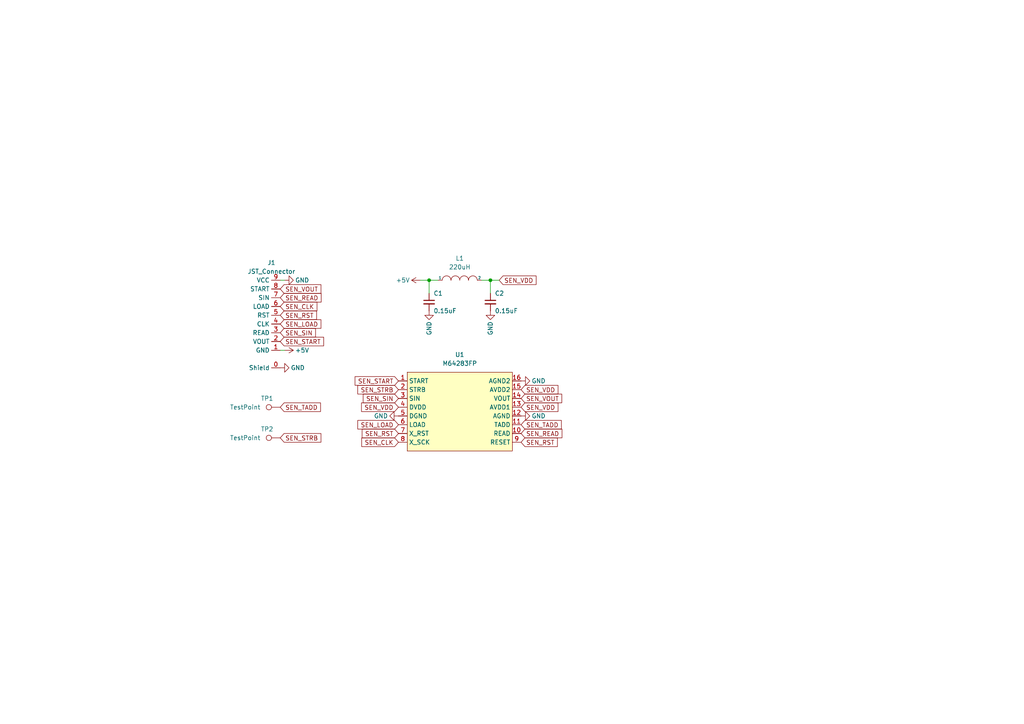
<source format=kicad_sch>
(kicad_sch (version 20211123) (generator eeschema)
  (paper "A4")
  (lib_symbols
    (symbol "Connector:TestPoint" (pin_numbers hide) (pin_names (offset 0.762) hide)
      (property "Reference" "TP" (at 0 6.858 0))
      (property "Value" "TestPoint" (at 0 5.08 0))
      (symbol "TestPoint_0_1"
        (circle (center 0 3.302) (radius 0.762))
      )
      (symbol "TestPoint_1_1"
        (pin passive line (at 0 0 90) (length 2.54) (name "1") (number "1"))
      )
    )
    (symbol "Device:C_Small" (pin_numbers hide) (pin_names (offset 0.254) hide)
      (property "Reference" "C" (at 0.254 1.778 0))
      (property "Value" "C_Small" (at 0.254 -2.032 0))
      (symbol "C_Small_0_1"
        (polyline (pts (xy -1.524 -0.508) (xy 1.524 -0.508)) (stroke (width 0.3302)))
        (polyline (pts (xy -1.524 0.508) (xy 1.524 0.508)) (stroke (width 0.3048)))
      )
      (symbol "C_Small_1_1"
        (pin passive line (at 0 2.54 270) (length 2.032) (name "~") (number "1"))
        (pin passive line (at 0 -2.54 90) (length 2.032) (name "~") (number "2"))
      )
    )
    (symbol "JST Connector:JST_Connector"
      (property "Reference" "J" (at 0 10.16 0))
      (property "Value" "JST_Connector" (at 0 7.62 0))
      (symbol "JST_Connector_1_1"
        (pin input line (at -15.24 -2.54 90) (length 2.54) (name "Shield") (number "0"))
        (pin input line (at -10.16 -2.54 90) (length 2.54) (name "GND") (number "1"))
        (pin input line (at -7.62 -2.54 90) (length 2.54) (name "VOUT") (number "2"))
        (pin input line (at -5.08 -2.54 90) (length 2.54) (name "READ") (number "3"))
        (pin input line (at -2.54 -2.54 90) (length 2.54) (name "CLK") (number "4"))
        (pin input line (at 0 -2.54 90) (length 2.54) (name "RST") (number "5"))
        (pin input line (at 2.54 -2.54 90) (length 2.54) (name "LOAD") (number "6"))
        (pin input line (at 5.08 -2.54 90) (length 2.54) (name "SIN") (number "7"))
        (pin input line (at 7.62 -2.54 90) (length 2.54) (name "START") (number "8"))
        (pin input line (at 10.16 -2.54 90) (length 2.54) (name "VCC") (number "9"))
      )
    )
    (symbol "M6428xFP Sensors:M64283FP"
      (property "Reference" "U" (at 0 1.27 0))
      (property "Value" "M64283FP" (at 0 -1.27 0))
      (symbol "M64283FP_0_1"
        (rectangle (start -15.24 11.43) (end 15.24 -11.43) (fill (type background)))
      )
      (symbol "M64283FP_1_1"
        (pin input line (at -17.78 8.89 0) (length 2.54) (name "START") (number "1"))
        (pin input line (at 17.78 -6.35 180) (length 2.54) (name "READ") (number "10"))
        (pin input line (at 17.78 -3.81 180) (length 2.54) (name "TADD") (number "11"))
        (pin input line (at 17.78 -1.27 180) (length 2.54) (name "AGND") (number "12"))
        (pin input line (at 17.78 1.27 180) (length 2.54) (name "AVDD1") (number "13"))
        (pin input line (at 17.78 3.81 180) (length 2.54) (name "VOUT") (number "14"))
        (pin input line (at 17.78 6.35 180) (length 2.54) (name "AVDD2") (number "15"))
        (pin input line (at 17.78 8.89 180) (length 2.54) (name "AGND2") (number "16"))
        (pin input line (at -17.78 6.35 0) (length 2.54) (name "STRB") (number "2"))
        (pin input line (at -17.78 3.81 0) (length 2.54) (name "SIN") (number "3"))
        (pin input line (at -17.78 1.27 0) (length 2.54) (name "DVDD") (number "4"))
        (pin input line (at -17.78 -1.27 0) (length 2.54) (name "DGND") (number "5"))
        (pin input line (at -17.78 -3.81 0) (length 2.54) (name "LOAD") (number "6"))
        (pin input line (at -17.78 -6.35 0) (length 2.54) (name "X_RST") (number "7"))
        (pin input line (at -17.78 -8.89 0) (length 2.54) (name "X_SCK") (number "8"))
        (pin input line (at 17.78 -8.89 180) (length 2.54) (name "RESET") (number "9"))
      )
    )
    (symbol "power:+5V" (power) (pin_names (offset 0))
      (property "Value" "+5V" (at 0 3.556 0))
      (symbol "+5V_0_1"
        (polyline (pts (xy -0.762 1.27) (xy 0 2.54)))
        (polyline (pts (xy 0 0) (xy 0 2.54)))
        (polyline (pts (xy 0 2.54) (xy 0.762 1.27)))
      )
      (symbol "+5V_1_1"
        (pin power_in line (at 0 0 90) (length 0) hide (name "+5V") (number "1"))
      )
    )
    (symbol "power:GND" (power) (pin_names (offset 0))
      (property "Value" "GND" (at 0 -3.81 0))
      (symbol "GND_0_1"
        (polyline (pts (xy 0 0) (xy 0 -1.27) (xy 1.27 -1.27) (xy 0 -2.54) (xy -1.27 -1.27) (xy 0 -1.27)))
      )
      (symbol "GND_1_1"
        (pin power_in line (at 0 0 270) (length 0) hide (name "GND") (number "1"))
      )
    )
    (symbol "pspice:INDUCTOR" (pin_numbers hide) (pin_names (offset 0))
      (property "Reference" "L" (at 0 2.54 0))
      (property "Value" "INDUCTOR" (at 0 -1.27 0))
      (symbol "INDUCTOR_0_1"
        (arc (start -2.54 0) (mid -3.81 1.27) (end -5.08 0))
        (arc (start 0 0) (mid -1.27 1.27) (end -2.54 0))
        (arc (start 2.54 0) (mid 1.27 1.27) (end 0 0))
        (arc (start 5.08 0) (mid 3.81 1.27) (end 2.54 0))
      )
      (symbol "INDUCTOR_1_1"
        (pin input line (at -6.35 0 0) (length 1.27) (name "1") (number "1"))
        (pin input line (at 6.35 0 180) (length 1.27) (name "2") (number "2"))
      )
    )
  )
  (junction (at 124.46 81.28))
  (junction (at 142.24 81.28))
  (wire (pts (xy 124.46 81.28) (xy 127 81.28)))
  (wire (pts (xy 139.7 81.28) (xy 142.24 81.28)))
  (wire (pts (xy 142.24 81.28) (xy 144.78 81.28)))
  (wire (pts (xy 121.92 81.28) (xy 124.46 81.28)))
  (wire (pts (xy 124.46 81.28) (xy 124.46 85.09)))
  (wire (pts (xy 142.24 85.09) (xy 142.24 81.28)))
  (wire (pts (xy 82.55 81.28) (xy 81.28 81.28)))
  (wire (pts (xy 82.55 101.6) (xy 81.28 101.6)))
  (global_label "SEN_TADD" (shape input) (at 81.28 118.11 0) (property "Intersheet References" "${INTERSHEET_REFS}" (effects hide)))
  (global_label "SEN_VDD" (shape input) (at 151.13 113.03 0) (property "Intersheet References" "${INTERSHEET_REFS}" (effects hide)))
  (global_label "SEN_VDD" (shape input) (at 151.13 118.11 0) (property "Intersheet References" "${INTERSHEET_REFS}" (effects hide)))
  (global_label "SEN_STRB" (shape input) (at 115.57 113.03 180) (property "Intersheet References" "${INTERSHEET_REFS}" (effects hide)))
  (global_label "SEN_VDD" (shape input) (at 144.78 81.28 0) (property "Intersheet References" "${INTERSHEET_REFS}" (effects hide)))
  (global_label "SEN_LOAD" (shape input) (at 115.57 123.19 180) (property "Intersheet References" "${INTERSHEET_REFS}" (effects hide)))
  (global_label "SEN_READ" (shape input) (at 81.28 86.36 0) (property "Intersheet References" "${INTERSHEET_REFS}" (effects hide)))
  (global_label "SEN_SIN" (shape input) (at 81.28 96.52 0) (property "Intersheet References" "${INTERSHEET_REFS}" (effects hide)))
  (global_label "SEN_STRB" (shape input) (at 81.28 127 0) (property "Intersheet References" "${INTERSHEET_REFS}" (effects hide)))
  (global_label "SEN_LOAD" (shape input) (at 81.28 93.98 0) (property "Intersheet References" "${INTERSHEET_REFS}" (effects hide)))
  (global_label "SEN_SIN" (shape input) (at 115.57 115.57 180) (property "Intersheet References" "${INTERSHEET_REFS}" (effects hide)))
  (global_label "SEN_CLK" (shape input) (at 115.57 128.27 180) (property "Intersheet References" "${INTERSHEET_REFS}" (effects hide)))
  (global_label "SEN_VDD" (shape input) (at 115.57 118.11 180) (property "Intersheet References" "${INTERSHEET_REFS}" (effects hide)))
  (global_label "SEN_RST" (shape input) (at 115.57 125.73 180) (property "Intersheet References" "${INTERSHEET_REFS}" (effects hide)))
  (global_label "SEN_START" (shape input) (at 115.57 110.49 180) (property "Intersheet References" "${INTERSHEET_REFS}" (effects hide)))
  (global_label "SEN_TADD" (shape input) (at 151.13 123.19 0) (property "Intersheet References" "${INTERSHEET_REFS}" (effects hide)))
  (global_label "SEN_VOUT" (shape input) (at 151.13 115.57 0) (property "Intersheet References" "${INTERSHEET_REFS}" (effects hide)))
  (global_label "SEN_RST" (shape input) (at 81.28 91.44 0) (property "Intersheet References" "${INTERSHEET_REFS}" (effects hide)))
  (global_label "SEN_READ" (shape input) (at 151.13 125.73 0) (property "Intersheet References" "${INTERSHEET_REFS}" (effects hide)))
  (global_label "SEN_CLK" (shape input) (at 81.28 88.9 0) (property "Intersheet References" "${INTERSHEET_REFS}" (effects hide)))
  (global_label "SEN_START" (shape input) (at 81.28 99.06 0) (property "Intersheet References" "${INTERSHEET_REFS}" (effects hide)))
  (global_label "SEN_VOUT" (shape input) (at 81.28 83.82 0) (property "Intersheet References" "${INTERSHEET_REFS}" (effects hide)))
  (global_label "SEN_RST" (shape input) (at 151.13 128.27 0) (property "Intersheet References" "${INTERSHEET_REFS}" (effects hide)))
  (symbol (lib_id "pspice:INDUCTOR") (at 133.35 81.28 0) (unit 1)
    (property "Reference" "L1" (at 133.35 74.93 0))
    (property "Value" "220uH" (at 133.35 77.47 0))
    (property "Footprint" "Inductor_SMD:L_1210_3225Metric_Pad1.42x2.65mm_HandSolder" (effects hide))
  )
  (symbol (lib_id "power:+5V") (at 121.92 81.28 90) (unit 1)
    (property "Reference" "#PWR0104" (effects hide))
    (property "Value" "+5V" (at 116.84 81.28 90))
  )
  (symbol (lib_id "Connector:TestPoint") (at 81.28 127 90) (unit 1)
    (property "Reference" "TP2" (at 77.47 124.46 90))
    (property "Value" "TestPoint" (at 71.12 127 90))
    (property "Footprint" "TestPoint:TestPoint_Pad_1.5x1.5mm" (effects hide))
  )
  (symbol (lib_id "Device:C_Small") (at 142.24 87.63 0) (unit 1)
    (property "Reference" "C2" (at 143.51 85.09 0) (effects (justify left)))
    (property "Value" "0.15uF" (at 143.51 90.17 0) (effects (justify left)))
    (property "Footprint" "Capacitor_SMD:C_0603_1608Metric_Pad1.08x0.95mm_HandSolder" (effects hide))
  )
  (symbol (lib_id "JST Connector:JST_Connector") (at 78.74 91.44 90) (unit 1)
    (property "Reference" "J1" (at 78.74 76.2 90))
    (property "Value" "JST_Connector" (at 78.74 78.74 90))
    (property "Footprint" "JST Connector:JST Connector" (effects hide))
  )
  (symbol (lib_id "power:GND") (at 151.13 120.65 90) (unit 1)
    (property "Reference" "#PWR0108" (effects hide))
    (property "Value" "GND" (at 156.21 120.65 90))
  )
  (symbol (lib_id "power:GND") (at 82.55 81.28 90) (unit 1)
    (property "Reference" "#PWR0102" (effects hide))
    (property "Value" "GND" (at 87.63 81.28 90))
  )
  (symbol (lib_id "power:GND") (at 142.24 90.17 0) (unit 1)
    (property "Reference" "#PWR0105" (effects hide))
    (property "Value" "GND" (at 142.24 95.25 90))
  )
  (symbol (lib_id "power:GND") (at 151.13 110.49 90) (unit 1)
    (property "Reference" "#PWR0106" (effects hide))
    (property "Value" "GND" (at 156.21 110.49 90))
  )
  (symbol (lib_id "power:GND") (at 124.46 90.17 0) (unit 1)
    (property "Reference" "#PWR0103" (effects hide))
    (property "Value" "GND" (at 124.46 95.25 90))
  )
  (symbol (lib_id "power:+5V") (at 82.55 101.6 270) (unit 1)
    (property "Reference" "#PWR0101" (effects hide))
    (property "Value" "+5V" (at 87.63 101.6 90))
  )
  (symbol (lib_id "Device:C_Small") (at 124.46 87.63 0) (unit 1)
    (property "Reference" "C1" (at 125.73 85.09 0) (effects (justify left)))
    (property "Value" "0.15uF" (at 125.73 90.17 0) (effects (justify left)))
    (property "Footprint" "Capacitor_SMD:C_0603_1608Metric_Pad1.08x0.95mm_HandSolder" (effects hide))
  )
  (symbol (lib_id "power:GND") (at 81.28 106.68 90) (unit 1)
    (property "Reference" "#PWR0107" (effects hide))
    (property "Value" "GND" (at 86.36 106.68 90))
  )
  (symbol (lib_id "power:GND") (at 115.57 120.65 270) (unit 1)
    (property "Reference" "#PWR02" (effects hide))
    (property "Value" "GND" (at 110.49 120.65 90))
  )
  (symbol (lib_id "M6428xFP Sensors:M64283FP") (at 133.35 119.38 0) (unit 1)
    (property "Reference" "U1" (at 133.35 102.87 0))
    (property "Value" "M64283FP" (at 133.35 105.41 0))
    (property "Footprint" "M6428xFP:M6428xFP" (effects hide))
  )
  (symbol (lib_id "Connector:TestPoint") (at 81.28 118.11 90) (unit 1)
    (property "Reference" "TP1" (at 77.47 115.57 90))
    (property "Value" "TestPoint" (at 71.12 118.11 90))
    (property "Footprint" "TestPoint:TestPoint_Pad_1.5x1.5mm" (effects hide))
  )
)
</source>
